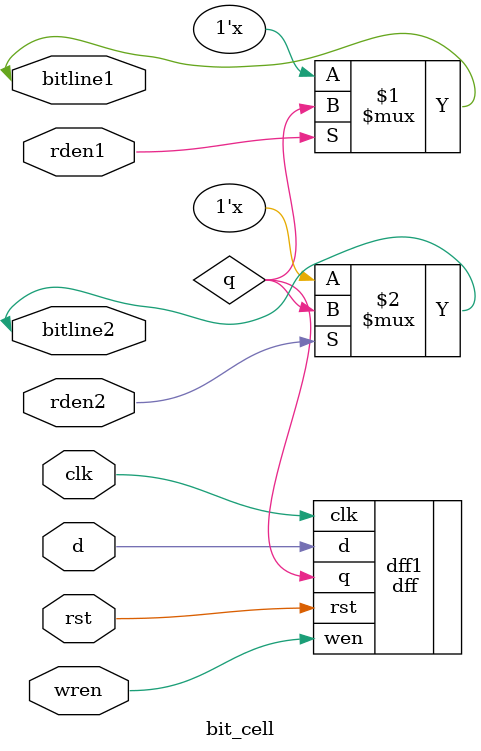
<source format=v>

`timescale 1ns / 1ps
module bit_cell(
  input clk,
  input rst,
  input d,
  input wren,
  input rden1,
  input rden2,
  inout bitline1,
  inout bitline2
  );
    wire q;
    dff dff1(.q(q), .d(d), .wen(wren), .clk(clk), .rst(rst));
    
        assign bitline1 = rden1 ? q : 1'bz;
        assign bitline2 = rden2 ? q : 1'bz;
    
endmodule
</source>
